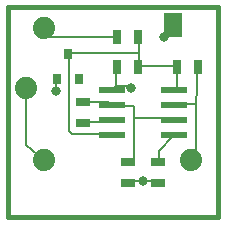
<source format=gtl>
G75*
%MOIN*%
%OFA0B0*%
%FSLAX25Y25*%
%IPPOS*%
%LPD*%
%AMOC8*
5,1,8,0,0,1.08239X$1,22.5*
%
%ADD10C,0.01600*%
%ADD11R,0.04724X0.03150*%
%ADD12R,0.03150X0.04724*%
%ADD13R,0.03150X0.03543*%
%ADD14R,0.08700X0.02400*%
%ADD15C,0.07400*%
%ADD16R,0.05906X0.07874*%
%ADD17C,0.03169*%
%ADD18C,0.00600*%
D10*
X0002000Y0001800D02*
X0072000Y0001800D01*
X0072000Y0071800D01*
X0002000Y0071800D01*
X0002000Y0001800D01*
D11*
X0027000Y0033257D03*
X0027000Y0040343D03*
X0042000Y0020343D03*
X0042000Y0013257D03*
X0052000Y0013257D03*
X0052000Y0020343D03*
D12*
X0045543Y0051800D03*
X0038457Y0051800D03*
X0038457Y0061800D03*
X0045543Y0061800D03*
X0058457Y0051800D03*
X0065543Y0051800D03*
D13*
X0025740Y0047863D03*
X0018260Y0047863D03*
X0022000Y0056131D03*
D14*
X0036700Y0044300D03*
X0036700Y0039300D03*
X0036700Y0034300D03*
X0036700Y0029300D03*
X0057300Y0029300D03*
X0057300Y0034300D03*
X0057300Y0039300D03*
X0057300Y0044300D03*
D15*
X0063000Y0020800D03*
X0014000Y0020800D03*
X0008000Y0044800D03*
X0014000Y0064800D03*
D16*
X0057000Y0065800D03*
D17*
X0054000Y0061800D03*
X0043000Y0044800D03*
X0018000Y0043800D03*
X0047000Y0013800D03*
D18*
X0051800Y0013800D01*
X0052000Y0013257D01*
X0051800Y0013200D01*
X0047000Y0013800D02*
X0042200Y0013800D01*
X0042000Y0013257D01*
X0042200Y0013200D01*
X0042000Y0013257D02*
X0041600Y0013200D01*
X0042000Y0020343D02*
X0044200Y0020400D01*
X0044200Y0034800D01*
X0057200Y0034800D01*
X0057300Y0034300D01*
X0057300Y0029300D02*
X0057200Y0028800D01*
X0052400Y0024000D01*
X0052400Y0020400D01*
X0052000Y0020343D01*
X0063000Y0020800D02*
X0064400Y0022200D01*
X0064400Y0022800D01*
X0064600Y0022800D01*
X0064600Y0039600D01*
X0057300Y0039300D01*
X0057800Y0039600D01*
X0064600Y0039600D01*
X0065000Y0045000D01*
X0065000Y0051600D01*
X0065543Y0051800D01*
X0058457Y0051800D02*
X0058400Y0052200D01*
X0045800Y0052200D01*
X0045543Y0051800D01*
X0045800Y0052200D02*
X0045800Y0056400D01*
X0022400Y0056400D01*
X0022000Y0056131D01*
X0022400Y0055800D01*
X0022400Y0030400D01*
X0023400Y0029400D01*
X0036200Y0029400D01*
X0036700Y0029300D01*
X0035600Y0033600D02*
X0036200Y0034200D01*
X0036700Y0034300D01*
X0035600Y0033600D02*
X0027200Y0033600D01*
X0027000Y0033257D01*
X0027200Y0040200D02*
X0027000Y0040343D01*
X0027200Y0040200D02*
X0035600Y0040200D01*
X0036200Y0039600D01*
X0036700Y0039300D01*
X0036800Y0039000D01*
X0044200Y0039000D01*
X0044200Y0034800D01*
X0043000Y0044800D02*
X0042200Y0045600D01*
X0038000Y0045600D01*
X0036700Y0044300D01*
X0038000Y0045600D02*
X0038000Y0051600D01*
X0038457Y0051800D01*
X0045800Y0056400D02*
X0045800Y0061800D01*
X0045543Y0061800D01*
X0038457Y0061800D02*
X0015200Y0061800D01*
X0015200Y0063600D01*
X0014000Y0064800D01*
X0018260Y0047863D02*
X0018200Y0047400D01*
X0018200Y0045000D01*
X0018000Y0043800D01*
X0008000Y0044800D02*
X0008000Y0025800D01*
X0014000Y0020800D01*
X0054000Y0061800D02*
X0054200Y0061800D01*
X0056600Y0064200D01*
X0056600Y0065400D01*
X0057000Y0065800D01*
X0058457Y0051800D02*
X0058400Y0051600D01*
X0058400Y0045000D01*
X0057800Y0044400D01*
X0057300Y0044300D01*
M02*

</source>
